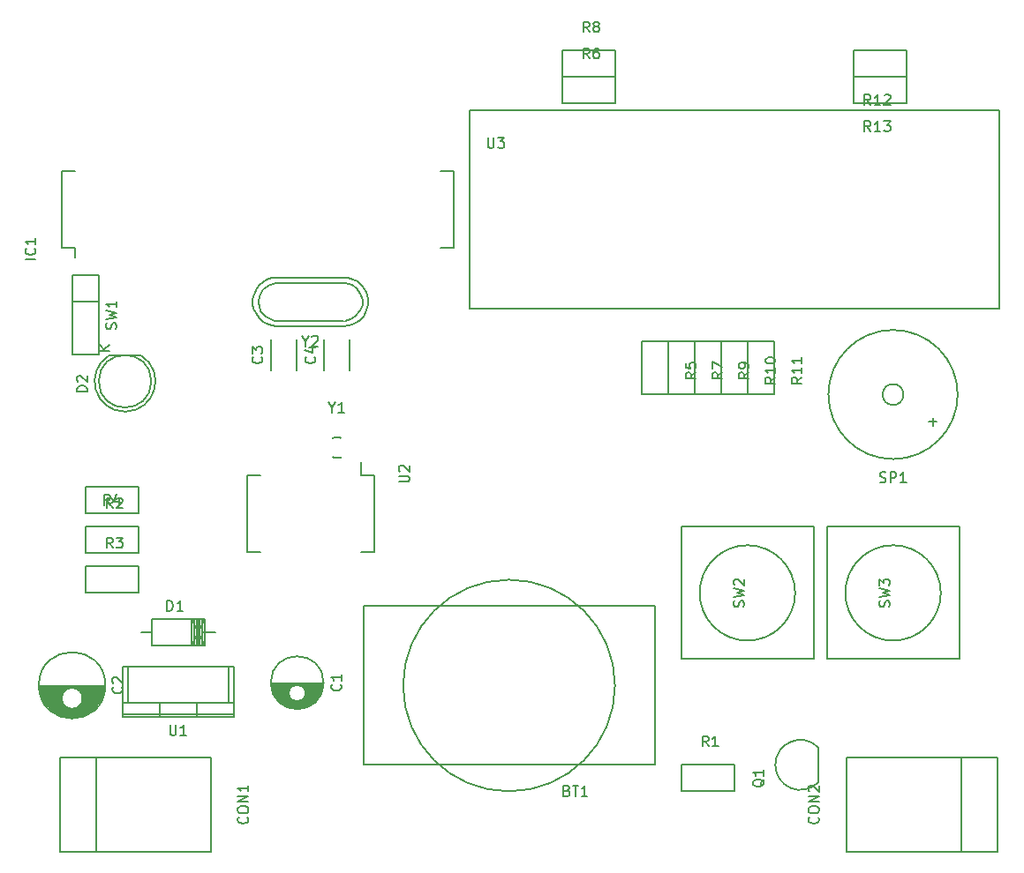
<source format=gbr>
G04 #@! TF.FileFunction,Legend,Top*
%FSLAX46Y46*%
G04 Gerber Fmt 4.6, Leading zero omitted, Abs format (unit mm)*
G04 Created by KiCad (PCBNEW 4.0.4-stable) date Tuesday, November 08, 2016 'PMt' 06:58:29 PM*
%MOMM*%
%LPD*%
G01*
G04 APERTURE LIST*
%ADD10C,0.100000*%
%ADD11C,0.150000*%
G04 APERTURE END LIST*
D10*
D11*
X131889500Y-108529120D02*
X131889500Y-117530880D01*
X128389380Y-108529120D02*
X128389380Y-117530880D01*
X128389380Y-117530880D02*
X142890240Y-117530880D01*
X142890240Y-117530880D02*
X142890240Y-108529120D01*
X142890240Y-108529120D02*
X128389380Y-108529120D01*
X158505000Y-81415000D02*
X157235000Y-81415000D01*
X158505000Y-88765000D02*
X157235000Y-88765000D01*
X146295000Y-88765000D02*
X147565000Y-88765000D01*
X146295000Y-81415000D02*
X147565000Y-81415000D01*
X158505000Y-81415000D02*
X158505000Y-88765000D01*
X146295000Y-81415000D02*
X146295000Y-88765000D01*
X157235000Y-81415000D02*
X157235000Y-80130000D01*
X148610000Y-71370000D02*
X148610000Y-68370000D01*
X151110000Y-68370000D02*
X151110000Y-71370000D01*
X153690000Y-71370000D02*
X153690000Y-68370000D01*
X156190000Y-68370000D02*
X156190000Y-71370000D01*
X214820500Y-117530880D02*
X214820500Y-108529120D01*
X218320620Y-117530880D02*
X218320620Y-108529120D01*
X218320620Y-108529120D02*
X203819760Y-108529120D01*
X203819760Y-108529120D02*
X203819760Y-117530880D01*
X203819760Y-117530880D02*
X218320620Y-117530880D01*
X137160000Y-96522540D02*
X136144000Y-96522540D01*
X141986000Y-96522540D02*
X143256000Y-96522540D01*
X141732000Y-97792540D02*
X141732000Y-95252540D01*
X141478000Y-97792540D02*
X141478000Y-95252540D01*
X141224000Y-97792540D02*
X141224000Y-95252540D01*
X141986000Y-97792540D02*
X141986000Y-95252540D01*
X140970000Y-97792540D02*
X142240000Y-95252540D01*
X142240000Y-97792540D02*
X140970000Y-95252540D01*
X140970000Y-97792540D02*
X140970000Y-95252540D01*
X141605000Y-97792540D02*
X141605000Y-95252540D01*
X142240000Y-95252540D02*
X142240000Y-97792540D01*
X142240000Y-97792540D02*
X137160000Y-97792540D01*
X137160000Y-97792540D02*
X137160000Y-95252540D01*
X137160000Y-95252540D02*
X142240000Y-95252540D01*
X133095096Y-69905112D02*
G75*
G03X136120000Y-69890000I1524904J-2484888D01*
G01*
X133120000Y-69890000D02*
X136120000Y-69890000D01*
X137137936Y-72390000D02*
G75*
G03X137137936Y-72390000I-2517936J0D01*
G01*
X128515000Y-59555000D02*
X129785000Y-59555000D01*
X128515000Y-52205000D02*
X129785000Y-52205000D01*
X166125000Y-52205000D02*
X164855000Y-52205000D01*
X166125000Y-59555000D02*
X164855000Y-59555000D01*
X128515000Y-59555000D02*
X128515000Y-52205000D01*
X166125000Y-59555000D02*
X166125000Y-52205000D01*
X129785000Y-59555000D02*
X129785000Y-60490000D01*
X187960000Y-109220000D02*
X193040000Y-109220000D01*
X193040000Y-109220000D02*
X193040000Y-111760000D01*
X193040000Y-111760000D02*
X187960000Y-111760000D01*
X187960000Y-111760000D02*
X187960000Y-109220000D01*
X130810000Y-86360000D02*
X135890000Y-86360000D01*
X135890000Y-86360000D02*
X135890000Y-88900000D01*
X135890000Y-88900000D02*
X130810000Y-88900000D01*
X130810000Y-88900000D02*
X130810000Y-86360000D01*
X130810000Y-90170000D02*
X135890000Y-90170000D01*
X135890000Y-90170000D02*
X135890000Y-92710000D01*
X135890000Y-92710000D02*
X130810000Y-92710000D01*
X130810000Y-92710000D02*
X130810000Y-90170000D01*
X189230000Y-68580000D02*
X189230000Y-73660000D01*
X189230000Y-73660000D02*
X186690000Y-73660000D01*
X186690000Y-73660000D02*
X186690000Y-68580000D01*
X186690000Y-68580000D02*
X189230000Y-68580000D01*
X176530000Y-40640000D02*
X181610000Y-40640000D01*
X181610000Y-40640000D02*
X181610000Y-43180000D01*
X181610000Y-43180000D02*
X176530000Y-43180000D01*
X176530000Y-43180000D02*
X176530000Y-40640000D01*
X191770000Y-68580000D02*
X191770000Y-73660000D01*
X191770000Y-73660000D02*
X189230000Y-73660000D01*
X189230000Y-73660000D02*
X189230000Y-68580000D01*
X189230000Y-68580000D02*
X191770000Y-68580000D01*
X194310000Y-68580000D02*
X194310000Y-73660000D01*
X194310000Y-73660000D02*
X191770000Y-73660000D01*
X191770000Y-73660000D02*
X191770000Y-68580000D01*
X191770000Y-68580000D02*
X194310000Y-68580000D01*
X196850000Y-68580000D02*
X196850000Y-73660000D01*
X196850000Y-73660000D02*
X194310000Y-73660000D01*
X194310000Y-73660000D02*
X194310000Y-68580000D01*
X194310000Y-68580000D02*
X196850000Y-68580000D01*
X209550000Y-43180000D02*
X204470000Y-43180000D01*
X204470000Y-43180000D02*
X204470000Y-40640000D01*
X204470000Y-40640000D02*
X209550000Y-40640000D01*
X209550000Y-40640000D02*
X209550000Y-43180000D01*
X209550000Y-45720000D02*
X204470000Y-45720000D01*
X204470000Y-45720000D02*
X204470000Y-43180000D01*
X204470000Y-43180000D02*
X209550000Y-43180000D01*
X209550000Y-43180000D02*
X209550000Y-45720000D01*
X209280760Y-73660000D02*
G75*
G03X209280760Y-73660000I-1000760J0D01*
G01*
X214480140Y-73660000D02*
G75*
G03X214480140Y-73660000I-6200140J0D01*
G01*
X129540000Y-62230000D02*
X132080000Y-62230000D01*
X132080000Y-62230000D02*
X132080000Y-69850000D01*
X132080000Y-69850000D02*
X129540000Y-69850000D01*
X129540000Y-69850000D02*
X129540000Y-62230000D01*
X132080000Y-64770000D02*
X129540000Y-64770000D01*
X198889050Y-92710000D02*
G75*
G03X198889050Y-92710000I-4579050J0D01*
G01*
X187960000Y-99060000D02*
X187960000Y-86360000D01*
X187960000Y-86360000D02*
X200660000Y-86360000D01*
X200660000Y-86360000D02*
X200660000Y-99060000D01*
X200660000Y-99060000D02*
X187960000Y-99060000D01*
X212859050Y-92710000D02*
G75*
G03X212859050Y-92710000I-4579050J0D01*
G01*
X201930000Y-99060000D02*
X201930000Y-86360000D01*
X201930000Y-86360000D02*
X214630000Y-86360000D01*
X214630000Y-86360000D02*
X214630000Y-99060000D01*
X214630000Y-99060000D02*
X201930000Y-99060000D01*
X193040000Y-46355000D02*
X167640000Y-46355000D01*
X167640000Y-46355000D02*
X167640000Y-65405000D01*
X167640000Y-65405000D02*
X218440000Y-65405000D01*
X218440000Y-65405000D02*
X218440000Y-46355000D01*
X218440000Y-46355000D02*
X193040000Y-46355000D01*
X155389580Y-79639160D02*
X155290520Y-79689960D01*
X155290520Y-79689960D02*
X155089860Y-79740760D01*
X155089860Y-79740760D02*
X154889200Y-79740760D01*
X154889200Y-79740760D02*
X154640280Y-79689960D01*
X154640280Y-79689960D02*
X154541220Y-79639160D01*
X155338780Y-77840840D02*
X155188920Y-77739240D01*
X155188920Y-77739240D02*
X154990800Y-77739240D01*
X154990800Y-77739240D02*
X154790140Y-77739240D01*
X154790140Y-77739240D02*
X154640280Y-77790040D01*
X154640280Y-77790040D02*
X154541220Y-77840840D01*
X147701000Y-65770760D02*
X147500340Y-65369440D01*
X147500340Y-65369440D02*
X147398740Y-64770000D01*
X147398740Y-64770000D02*
X147500340Y-64269620D01*
X147500340Y-64269620D02*
X147899120Y-63571120D01*
X147899120Y-63571120D02*
X148501100Y-63169800D01*
X148501100Y-63169800D02*
X149100540Y-62969140D01*
X149100540Y-62969140D02*
X155699460Y-62969140D01*
X155699460Y-62969140D02*
X156400500Y-63169800D01*
X156400500Y-63169800D02*
X156799280Y-63469520D01*
X156799280Y-63469520D02*
X157200600Y-63969900D01*
X157200600Y-63969900D02*
X157401260Y-64569340D01*
X157401260Y-64569340D02*
X157401260Y-65069720D01*
X157401260Y-65069720D02*
X157200600Y-65570100D01*
X157200600Y-65570100D02*
X156700220Y-66169540D01*
X156700220Y-66169540D02*
X156199840Y-66469260D01*
X156199840Y-66469260D02*
X155699460Y-66570860D01*
X155600400Y-66570860D02*
X148998940Y-66570860D01*
X148998940Y-66570860D02*
X148600160Y-66469260D01*
X148600160Y-66469260D02*
X148099780Y-66169540D01*
X148099780Y-66169540D02*
X147599400Y-65669160D01*
X155590240Y-67099180D02*
X156049980Y-67050920D01*
X156049980Y-67050920D02*
X156448760Y-66939160D01*
X156448760Y-66939160D02*
X156880560Y-66720720D01*
X156880560Y-66720720D02*
X157170120Y-66489580D01*
X157170120Y-66489580D02*
X157500320Y-66139060D01*
X157500320Y-66139060D02*
X157789880Y-65600580D01*
X157789880Y-65600580D02*
X157919420Y-65001140D01*
X157919420Y-65001140D02*
X157919420Y-64490600D01*
X157919420Y-64490600D02*
X157749240Y-63789560D01*
X157749240Y-63789560D02*
X157350460Y-63200280D01*
X157350460Y-63200280D02*
X156890720Y-62829440D01*
X156890720Y-62829440D02*
X156469080Y-62621160D01*
X156469080Y-62621160D02*
X156019500Y-62461140D01*
X156019500Y-62461140D02*
X155580080Y-62430660D01*
X148239480Y-62649100D02*
X147861020Y-62870080D01*
X147861020Y-62870080D02*
X147540980Y-63149480D01*
X147540980Y-63149480D02*
X147289520Y-63479680D01*
X147289520Y-63479680D02*
X146989800Y-64030860D01*
X146989800Y-64030860D02*
X146880580Y-64500760D01*
X146880580Y-64500760D02*
X146860260Y-64960500D01*
X146860260Y-64960500D02*
X146949160Y-65420240D01*
X146949160Y-65420240D02*
X147139660Y-65869820D01*
X147139660Y-65869820D02*
X147500340Y-66339720D01*
X147500340Y-66339720D02*
X147850860Y-66659760D01*
X147850860Y-66659760D02*
X148239480Y-66890900D01*
X148239480Y-66890900D02*
X148668740Y-67030600D01*
X148668740Y-67030600D02*
X149110700Y-67099180D01*
X155600400Y-62440820D02*
X149148800Y-62440820D01*
X149148800Y-62440820D02*
X148729700Y-62478920D01*
X148729700Y-62478920D02*
X148239480Y-62649100D01*
X155600400Y-67099180D02*
X149148800Y-67099180D01*
X186690000Y-68580000D02*
X186690000Y-73660000D01*
X186690000Y-73660000D02*
X184150000Y-73660000D01*
X184150000Y-73660000D02*
X184150000Y-68580000D01*
X184150000Y-68580000D02*
X186690000Y-68580000D01*
X176530000Y-43180000D02*
X181610000Y-43180000D01*
X181610000Y-43180000D02*
X181610000Y-45720000D01*
X181610000Y-45720000D02*
X176530000Y-45720000D01*
X176530000Y-45720000D02*
X176530000Y-43180000D01*
X130810000Y-82550000D02*
X135890000Y-82550000D01*
X135890000Y-82550000D02*
X135890000Y-85090000D01*
X135890000Y-85090000D02*
X130810000Y-85090000D01*
X130810000Y-85090000D02*
X130810000Y-82550000D01*
X134874000Y-103251000D02*
X134874000Y-99822000D01*
X144526000Y-103251000D02*
X144526000Y-99822000D01*
X134366000Y-104394000D02*
X145034000Y-104394000D01*
X137922000Y-103378000D02*
X137922000Y-104648000D01*
X141478000Y-103378000D02*
X141478000Y-104648000D01*
X145034000Y-103251000D02*
X134366000Y-103251000D01*
X134366000Y-99822000D02*
X145034000Y-99822000D01*
X145034000Y-104648000D02*
X145034000Y-99822000D01*
X134366000Y-104648000D02*
X134366000Y-99822000D01*
X134366000Y-104648000D02*
X145034000Y-104648000D01*
X153629000Y-101405000D02*
X148631000Y-101405000D01*
X153621000Y-101545000D02*
X151284000Y-101545000D01*
X150976000Y-101545000D02*
X148639000Y-101545000D01*
X153605000Y-101685000D02*
X151603000Y-101685000D01*
X150657000Y-101685000D02*
X148655000Y-101685000D01*
X153581000Y-101825000D02*
X151750000Y-101825000D01*
X150510000Y-101825000D02*
X148679000Y-101825000D01*
X153548000Y-101965000D02*
X151842000Y-101965000D01*
X150418000Y-101965000D02*
X148712000Y-101965000D01*
X153507000Y-102105000D02*
X151898000Y-102105000D01*
X150362000Y-102105000D02*
X148753000Y-102105000D01*
X153457000Y-102245000D02*
X151925000Y-102245000D01*
X150335000Y-102245000D02*
X148803000Y-102245000D01*
X153396000Y-102385000D02*
X151928000Y-102385000D01*
X150332000Y-102385000D02*
X148864000Y-102385000D01*
X153326000Y-102525000D02*
X151906000Y-102525000D01*
X150354000Y-102525000D02*
X148934000Y-102525000D01*
X153244000Y-102665000D02*
X151856000Y-102665000D01*
X150404000Y-102665000D02*
X149016000Y-102665000D01*
X153149000Y-102805000D02*
X151774000Y-102805000D01*
X150486000Y-102805000D02*
X149111000Y-102805000D01*
X153038000Y-102945000D02*
X151642000Y-102945000D01*
X150618000Y-102945000D02*
X149222000Y-102945000D01*
X152910000Y-103085000D02*
X151395000Y-103085000D01*
X150865000Y-103085000D02*
X149350000Y-103085000D01*
X152761000Y-103225000D02*
X149499000Y-103225000D01*
X152582000Y-103365000D02*
X149678000Y-103365000D01*
X152363000Y-103505000D02*
X149897000Y-103505000D01*
X152074000Y-103645000D02*
X150186000Y-103645000D01*
X151602000Y-103785000D02*
X150658000Y-103785000D01*
X151930000Y-102330000D02*
G75*
G03X151930000Y-102330000I-800000J0D01*
G01*
X153667500Y-101330000D02*
G75*
G03X153667500Y-101330000I-2537500J0D01*
G01*
X132689000Y-101655000D02*
X126391000Y-101655000D01*
X132683000Y-101795000D02*
X126397000Y-101795000D01*
X132670000Y-101935000D02*
X129986000Y-101935000D01*
X129094000Y-101935000D02*
X126410000Y-101935000D01*
X132651000Y-102075000D02*
X130196000Y-102075000D01*
X128884000Y-102075000D02*
X126429000Y-102075000D01*
X132625000Y-102215000D02*
X130329000Y-102215000D01*
X128751000Y-102215000D02*
X126455000Y-102215000D01*
X132593000Y-102355000D02*
X130420000Y-102355000D01*
X128660000Y-102355000D02*
X126487000Y-102355000D01*
X132554000Y-102495000D02*
X130482000Y-102495000D01*
X128598000Y-102495000D02*
X126526000Y-102495000D01*
X132508000Y-102635000D02*
X130521000Y-102635000D01*
X128559000Y-102635000D02*
X126572000Y-102635000D01*
X132455000Y-102775000D02*
X130538000Y-102775000D01*
X128542000Y-102775000D02*
X126625000Y-102775000D01*
X132393000Y-102915000D02*
X130536000Y-102915000D01*
X128544000Y-102915000D02*
X126687000Y-102915000D01*
X132323000Y-103055000D02*
X130514000Y-103055000D01*
X128566000Y-103055000D02*
X126757000Y-103055000D01*
X132244000Y-103195000D02*
X130471000Y-103195000D01*
X128609000Y-103195000D02*
X126836000Y-103195000D01*
X132156000Y-103335000D02*
X130403000Y-103335000D01*
X128677000Y-103335000D02*
X126924000Y-103335000D01*
X132056000Y-103475000D02*
X130304000Y-103475000D01*
X128776000Y-103475000D02*
X127024000Y-103475000D01*
X131944000Y-103615000D02*
X130159000Y-103615000D01*
X128921000Y-103615000D02*
X127136000Y-103615000D01*
X131819000Y-103755000D02*
X129920000Y-103755000D01*
X129160000Y-103755000D02*
X127261000Y-103755000D01*
X131676000Y-103895000D02*
X127404000Y-103895000D01*
X131514000Y-104035000D02*
X127566000Y-104035000D01*
X131326000Y-104175000D02*
X127754000Y-104175000D01*
X131103000Y-104315000D02*
X127977000Y-104315000D01*
X130827000Y-104455000D02*
X128253000Y-104455000D01*
X130452000Y-104595000D02*
X128628000Y-104595000D01*
X130540000Y-102830000D02*
G75*
G03X130540000Y-102830000I-1000000J0D01*
G01*
X132727500Y-101580000D02*
G75*
G03X132727500Y-101580000I-3187500J0D01*
G01*
X201090000Y-110920000D02*
X201090000Y-107520000D01*
X201087056Y-110917056D02*
G75*
G02X196990000Y-109220000I-1697056J1697056D01*
G01*
X201087056Y-107522944D02*
G75*
G03X196990000Y-109220000I-1697056J-1697056D01*
G01*
X181610000Y-101600000D02*
G75*
G03X181610000Y-101600000I-10160000J0D01*
G01*
X185420000Y-109220000D02*
X185420000Y-93980000D01*
X185420000Y-93980000D02*
X157480000Y-93980000D01*
X157480000Y-93980000D02*
X157480000Y-109220000D01*
X157480000Y-109220000D02*
X185420000Y-109220000D01*
X146346183Y-114244285D02*
X146393802Y-114291904D01*
X146441421Y-114434761D01*
X146441421Y-114529999D01*
X146393802Y-114672857D01*
X146298564Y-114768095D01*
X146203326Y-114815714D01*
X146012850Y-114863333D01*
X145869992Y-114863333D01*
X145679516Y-114815714D01*
X145584278Y-114768095D01*
X145489040Y-114672857D01*
X145441421Y-114529999D01*
X145441421Y-114434761D01*
X145489040Y-114291904D01*
X145536659Y-114244285D01*
X145441421Y-113625238D02*
X145441421Y-113434761D01*
X145489040Y-113339523D01*
X145584278Y-113244285D01*
X145774754Y-113196666D01*
X146108088Y-113196666D01*
X146298564Y-113244285D01*
X146393802Y-113339523D01*
X146441421Y-113434761D01*
X146441421Y-113625238D01*
X146393802Y-113720476D01*
X146298564Y-113815714D01*
X146108088Y-113863333D01*
X145774754Y-113863333D01*
X145584278Y-113815714D01*
X145489040Y-113720476D01*
X145441421Y-113625238D01*
X146441421Y-112768095D02*
X145441421Y-112768095D01*
X146441421Y-112196666D01*
X145441421Y-112196666D01*
X146441421Y-111196666D02*
X146441421Y-111768095D01*
X146441421Y-111482381D02*
X145441421Y-111482381D01*
X145584278Y-111577619D01*
X145679516Y-111672857D01*
X145727135Y-111768095D01*
X160882381Y-82041905D02*
X161691905Y-82041905D01*
X161787143Y-81994286D01*
X161834762Y-81946667D01*
X161882381Y-81851429D01*
X161882381Y-81660952D01*
X161834762Y-81565714D01*
X161787143Y-81518095D01*
X161691905Y-81470476D01*
X160882381Y-81470476D01*
X160977619Y-81041905D02*
X160930000Y-80994286D01*
X160882381Y-80899048D01*
X160882381Y-80660952D01*
X160930000Y-80565714D01*
X160977619Y-80518095D01*
X161072857Y-80470476D01*
X161168095Y-80470476D01*
X161310952Y-80518095D01*
X161882381Y-81089524D01*
X161882381Y-80470476D01*
X147717143Y-70036666D02*
X147764762Y-70084285D01*
X147812381Y-70227142D01*
X147812381Y-70322380D01*
X147764762Y-70465238D01*
X147669524Y-70560476D01*
X147574286Y-70608095D01*
X147383810Y-70655714D01*
X147240952Y-70655714D01*
X147050476Y-70608095D01*
X146955238Y-70560476D01*
X146860000Y-70465238D01*
X146812381Y-70322380D01*
X146812381Y-70227142D01*
X146860000Y-70084285D01*
X146907619Y-70036666D01*
X146812381Y-69703333D02*
X146812381Y-69084285D01*
X147193333Y-69417619D01*
X147193333Y-69274761D01*
X147240952Y-69179523D01*
X147288571Y-69131904D01*
X147383810Y-69084285D01*
X147621905Y-69084285D01*
X147717143Y-69131904D01*
X147764762Y-69179523D01*
X147812381Y-69274761D01*
X147812381Y-69560476D01*
X147764762Y-69655714D01*
X147717143Y-69703333D01*
X152797143Y-70036666D02*
X152844762Y-70084285D01*
X152892381Y-70227142D01*
X152892381Y-70322380D01*
X152844762Y-70465238D01*
X152749524Y-70560476D01*
X152654286Y-70608095D01*
X152463810Y-70655714D01*
X152320952Y-70655714D01*
X152130476Y-70608095D01*
X152035238Y-70560476D01*
X151940000Y-70465238D01*
X151892381Y-70322380D01*
X151892381Y-70227142D01*
X151940000Y-70084285D01*
X151987619Y-70036666D01*
X152225714Y-69179523D02*
X152892381Y-69179523D01*
X151844762Y-69417619D02*
X152559048Y-69655714D01*
X152559048Y-69036666D01*
X201078103Y-114244285D02*
X201125722Y-114291904D01*
X201173341Y-114434761D01*
X201173341Y-114529999D01*
X201125722Y-114672857D01*
X201030484Y-114768095D01*
X200935246Y-114815714D01*
X200744770Y-114863333D01*
X200601912Y-114863333D01*
X200411436Y-114815714D01*
X200316198Y-114768095D01*
X200220960Y-114672857D01*
X200173341Y-114529999D01*
X200173341Y-114434761D01*
X200220960Y-114291904D01*
X200268579Y-114244285D01*
X200173341Y-113625238D02*
X200173341Y-113434761D01*
X200220960Y-113339523D01*
X200316198Y-113244285D01*
X200506674Y-113196666D01*
X200840008Y-113196666D01*
X201030484Y-113244285D01*
X201125722Y-113339523D01*
X201173341Y-113434761D01*
X201173341Y-113625238D01*
X201125722Y-113720476D01*
X201030484Y-113815714D01*
X200840008Y-113863333D01*
X200506674Y-113863333D01*
X200316198Y-113815714D01*
X200220960Y-113720476D01*
X200173341Y-113625238D01*
X201173341Y-112768095D02*
X200173341Y-112768095D01*
X201173341Y-112196666D01*
X200173341Y-112196666D01*
X200268579Y-111768095D02*
X200220960Y-111720476D01*
X200173341Y-111625238D01*
X200173341Y-111387142D01*
X200220960Y-111291904D01*
X200268579Y-111244285D01*
X200363817Y-111196666D01*
X200459055Y-111196666D01*
X200601912Y-111244285D01*
X201173341Y-111815714D01*
X201173341Y-111196666D01*
X138654565Y-94434921D02*
X138654565Y-93434921D01*
X138892660Y-93434921D01*
X139035518Y-93482540D01*
X139130756Y-93577778D01*
X139178375Y-93673016D01*
X139225994Y-93863492D01*
X139225994Y-94006350D01*
X139178375Y-94196826D01*
X139130756Y-94292064D01*
X139035518Y-94387302D01*
X138892660Y-94434921D01*
X138654565Y-94434921D01*
X140178375Y-94434921D02*
X139606946Y-94434921D01*
X139892660Y-94434921D02*
X139892660Y-93434921D01*
X139797422Y-93577778D01*
X139702184Y-93673016D01*
X139606946Y-93720635D01*
X131008381Y-73382095D02*
X130008381Y-73382095D01*
X130008381Y-73144000D01*
X130056000Y-73001142D01*
X130151238Y-72905904D01*
X130246476Y-72858285D01*
X130436952Y-72810666D01*
X130579810Y-72810666D01*
X130770286Y-72858285D01*
X130865524Y-72905904D01*
X130960762Y-73001142D01*
X131008381Y-73144000D01*
X131008381Y-73382095D01*
X130103619Y-72429714D02*
X130056000Y-72382095D01*
X130008381Y-72286857D01*
X130008381Y-72048761D01*
X130056000Y-71953523D01*
X130103619Y-71905904D01*
X130198857Y-71858285D01*
X130294095Y-71858285D01*
X130436952Y-71905904D01*
X131008381Y-72477333D01*
X131008381Y-71858285D01*
X133167381Y-69476905D02*
X132167381Y-69476905D01*
X133167381Y-68905476D02*
X132595952Y-69334048D01*
X132167381Y-68905476D02*
X132738810Y-69476905D01*
X126042381Y-60666190D02*
X125042381Y-60666190D01*
X125947143Y-59618571D02*
X125994762Y-59666190D01*
X126042381Y-59809047D01*
X126042381Y-59904285D01*
X125994762Y-60047143D01*
X125899524Y-60142381D01*
X125804286Y-60190000D01*
X125613810Y-60237619D01*
X125470952Y-60237619D01*
X125280476Y-60190000D01*
X125185238Y-60142381D01*
X125090000Y-60047143D01*
X125042381Y-59904285D01*
X125042381Y-59809047D01*
X125090000Y-59666190D01*
X125137619Y-59618571D01*
X126042381Y-58666190D02*
X126042381Y-59237619D01*
X126042381Y-58951905D02*
X125042381Y-58951905D01*
X125185238Y-59047143D01*
X125280476Y-59142381D01*
X125328095Y-59237619D01*
X190582254Y-107442261D02*
X190248920Y-106966070D01*
X190010825Y-107442261D02*
X190010825Y-106442261D01*
X190391778Y-106442261D01*
X190487016Y-106489880D01*
X190534635Y-106537499D01*
X190582254Y-106632737D01*
X190582254Y-106775594D01*
X190534635Y-106870832D01*
X190487016Y-106918451D01*
X190391778Y-106966070D01*
X190010825Y-106966070D01*
X191534635Y-107442261D02*
X190963206Y-107442261D01*
X191248920Y-107442261D02*
X191248920Y-106442261D01*
X191153682Y-106585118D01*
X191058444Y-106680356D01*
X190963206Y-106727975D01*
X133432254Y-84582261D02*
X133098920Y-84106070D01*
X132860825Y-84582261D02*
X132860825Y-83582261D01*
X133241778Y-83582261D01*
X133337016Y-83629880D01*
X133384635Y-83677499D01*
X133432254Y-83772737D01*
X133432254Y-83915594D01*
X133384635Y-84010832D01*
X133337016Y-84058451D01*
X133241778Y-84106070D01*
X132860825Y-84106070D01*
X133813206Y-83677499D02*
X133860825Y-83629880D01*
X133956063Y-83582261D01*
X134194159Y-83582261D01*
X134289397Y-83629880D01*
X134337016Y-83677499D01*
X134384635Y-83772737D01*
X134384635Y-83867975D01*
X134337016Y-84010832D01*
X133765587Y-84582261D01*
X134384635Y-84582261D01*
X133432254Y-88392261D02*
X133098920Y-87916070D01*
X132860825Y-88392261D02*
X132860825Y-87392261D01*
X133241778Y-87392261D01*
X133337016Y-87439880D01*
X133384635Y-87487499D01*
X133432254Y-87582737D01*
X133432254Y-87725594D01*
X133384635Y-87820832D01*
X133337016Y-87868451D01*
X133241778Y-87916070D01*
X132860825Y-87916070D01*
X133765587Y-87392261D02*
X134384635Y-87392261D01*
X134051301Y-87773213D01*
X134194159Y-87773213D01*
X134289397Y-87820832D01*
X134337016Y-87868451D01*
X134384635Y-87963690D01*
X134384635Y-88201785D01*
X134337016Y-88297023D01*
X134289397Y-88344642D01*
X134194159Y-88392261D01*
X133908444Y-88392261D01*
X133813206Y-88344642D01*
X133765587Y-88297023D01*
X191912501Y-71535586D02*
X191436310Y-71868920D01*
X191912501Y-72107015D02*
X190912501Y-72107015D01*
X190912501Y-71726062D01*
X190960120Y-71630824D01*
X191007739Y-71583205D01*
X191102977Y-71535586D01*
X191245834Y-71535586D01*
X191341072Y-71583205D01*
X191388691Y-71630824D01*
X191436310Y-71726062D01*
X191436310Y-72107015D01*
X190912501Y-71202253D02*
X190912501Y-70535586D01*
X191912501Y-70964158D01*
X179152254Y-38862261D02*
X178818920Y-38386070D01*
X178580825Y-38862261D02*
X178580825Y-37862261D01*
X178961778Y-37862261D01*
X179057016Y-37909880D01*
X179104635Y-37957499D01*
X179152254Y-38052737D01*
X179152254Y-38195594D01*
X179104635Y-38290832D01*
X179057016Y-38338451D01*
X178961778Y-38386070D01*
X178580825Y-38386070D01*
X179723682Y-38290832D02*
X179628444Y-38243213D01*
X179580825Y-38195594D01*
X179533206Y-38100356D01*
X179533206Y-38052737D01*
X179580825Y-37957499D01*
X179628444Y-37909880D01*
X179723682Y-37862261D01*
X179914159Y-37862261D01*
X180009397Y-37909880D01*
X180057016Y-37957499D01*
X180104635Y-38052737D01*
X180104635Y-38100356D01*
X180057016Y-38195594D01*
X180009397Y-38243213D01*
X179914159Y-38290832D01*
X179723682Y-38290832D01*
X179628444Y-38338451D01*
X179580825Y-38386070D01*
X179533206Y-38481309D01*
X179533206Y-38671785D01*
X179580825Y-38767023D01*
X179628444Y-38814642D01*
X179723682Y-38862261D01*
X179914159Y-38862261D01*
X180009397Y-38814642D01*
X180057016Y-38767023D01*
X180104635Y-38671785D01*
X180104635Y-38481309D01*
X180057016Y-38386070D01*
X180009397Y-38338451D01*
X179914159Y-38290832D01*
X194452501Y-71535586D02*
X193976310Y-71868920D01*
X194452501Y-72107015D02*
X193452501Y-72107015D01*
X193452501Y-71726062D01*
X193500120Y-71630824D01*
X193547739Y-71583205D01*
X193642977Y-71535586D01*
X193785834Y-71535586D01*
X193881072Y-71583205D01*
X193928691Y-71630824D01*
X193976310Y-71726062D01*
X193976310Y-72107015D01*
X194452501Y-71059396D02*
X194452501Y-70868920D01*
X194404882Y-70773681D01*
X194357263Y-70726062D01*
X194214406Y-70630824D01*
X194023930Y-70583205D01*
X193642977Y-70583205D01*
X193547739Y-70630824D01*
X193500120Y-70678443D01*
X193452501Y-70773681D01*
X193452501Y-70964158D01*
X193500120Y-71059396D01*
X193547739Y-71107015D01*
X193642977Y-71154634D01*
X193881072Y-71154634D01*
X193976310Y-71107015D01*
X194023930Y-71059396D01*
X194071549Y-70964158D01*
X194071549Y-70773681D01*
X194023930Y-70678443D01*
X193976310Y-70630824D01*
X193881072Y-70583205D01*
X196992501Y-72011777D02*
X196516310Y-72345111D01*
X196992501Y-72583206D02*
X195992501Y-72583206D01*
X195992501Y-72202253D01*
X196040120Y-72107015D01*
X196087739Y-72059396D01*
X196182977Y-72011777D01*
X196325834Y-72011777D01*
X196421072Y-72059396D01*
X196468691Y-72107015D01*
X196516310Y-72202253D01*
X196516310Y-72583206D01*
X196992501Y-71059396D02*
X196992501Y-71630825D01*
X196992501Y-71345111D02*
X195992501Y-71345111D01*
X196135358Y-71440349D01*
X196230596Y-71535587D01*
X196278215Y-71630825D01*
X195992501Y-70440349D02*
X195992501Y-70345110D01*
X196040120Y-70249872D01*
X196087739Y-70202253D01*
X196182977Y-70154634D01*
X196373453Y-70107015D01*
X196611549Y-70107015D01*
X196802025Y-70154634D01*
X196897263Y-70202253D01*
X196944882Y-70249872D01*
X196992501Y-70345110D01*
X196992501Y-70440349D01*
X196944882Y-70535587D01*
X196897263Y-70583206D01*
X196802025Y-70630825D01*
X196611549Y-70678444D01*
X196373453Y-70678444D01*
X196182977Y-70630825D01*
X196087739Y-70583206D01*
X196040120Y-70535587D01*
X195992501Y-70440349D01*
X199532501Y-72011777D02*
X199056310Y-72345111D01*
X199532501Y-72583206D02*
X198532501Y-72583206D01*
X198532501Y-72202253D01*
X198580120Y-72107015D01*
X198627739Y-72059396D01*
X198722977Y-72011777D01*
X198865834Y-72011777D01*
X198961072Y-72059396D01*
X199008691Y-72107015D01*
X199056310Y-72202253D01*
X199056310Y-72583206D01*
X199532501Y-71059396D02*
X199532501Y-71630825D01*
X199532501Y-71345111D02*
X198532501Y-71345111D01*
X198675358Y-71440349D01*
X198770596Y-71535587D01*
X198818215Y-71630825D01*
X199532501Y-70107015D02*
X199532501Y-70678444D01*
X199532501Y-70392730D02*
X198532501Y-70392730D01*
X198675358Y-70487968D01*
X198770596Y-70583206D01*
X198818215Y-70678444D01*
X206118223Y-45862501D02*
X205784889Y-45386310D01*
X205546794Y-45862501D02*
X205546794Y-44862501D01*
X205927747Y-44862501D01*
X206022985Y-44910120D01*
X206070604Y-44957739D01*
X206118223Y-45052977D01*
X206118223Y-45195834D01*
X206070604Y-45291072D01*
X206022985Y-45338691D01*
X205927747Y-45386310D01*
X205546794Y-45386310D01*
X207070604Y-45862501D02*
X206499175Y-45862501D01*
X206784889Y-45862501D02*
X206784889Y-44862501D01*
X206689651Y-45005358D01*
X206594413Y-45100596D01*
X206499175Y-45148215D01*
X207451556Y-44957739D02*
X207499175Y-44910120D01*
X207594413Y-44862501D01*
X207832509Y-44862501D01*
X207927747Y-44910120D01*
X207975366Y-44957739D01*
X208022985Y-45052977D01*
X208022985Y-45148215D01*
X207975366Y-45291072D01*
X207403937Y-45862501D01*
X208022985Y-45862501D01*
X206118223Y-48402501D02*
X205784889Y-47926310D01*
X205546794Y-48402501D02*
X205546794Y-47402501D01*
X205927747Y-47402501D01*
X206022985Y-47450120D01*
X206070604Y-47497739D01*
X206118223Y-47592977D01*
X206118223Y-47735834D01*
X206070604Y-47831072D01*
X206022985Y-47878691D01*
X205927747Y-47926310D01*
X205546794Y-47926310D01*
X207070604Y-48402501D02*
X206499175Y-48402501D01*
X206784889Y-48402501D02*
X206784889Y-47402501D01*
X206689651Y-47545358D01*
X206594413Y-47640596D01*
X206499175Y-47688215D01*
X207403937Y-47402501D02*
X208022985Y-47402501D01*
X207689651Y-47783453D01*
X207832509Y-47783453D01*
X207927747Y-47831072D01*
X207975366Y-47878691D01*
X208022985Y-47973930D01*
X208022985Y-48212025D01*
X207975366Y-48307263D01*
X207927747Y-48354882D01*
X207832509Y-48402501D01*
X207546794Y-48402501D01*
X207451556Y-48354882D01*
X207403937Y-48307263D01*
X207018095Y-82065762D02*
X207160952Y-82113381D01*
X207399048Y-82113381D01*
X207494286Y-82065762D01*
X207541905Y-82018143D01*
X207589524Y-81922905D01*
X207589524Y-81827667D01*
X207541905Y-81732429D01*
X207494286Y-81684810D01*
X207399048Y-81637190D01*
X207208571Y-81589571D01*
X207113333Y-81541952D01*
X207065714Y-81494333D01*
X207018095Y-81399095D01*
X207018095Y-81303857D01*
X207065714Y-81208619D01*
X207113333Y-81161000D01*
X207208571Y-81113381D01*
X207446667Y-81113381D01*
X207589524Y-81161000D01*
X208018095Y-82113381D02*
X208018095Y-81113381D01*
X208399048Y-81113381D01*
X208494286Y-81161000D01*
X208541905Y-81208619D01*
X208589524Y-81303857D01*
X208589524Y-81446714D01*
X208541905Y-81541952D01*
X208494286Y-81589571D01*
X208399048Y-81637190D01*
X208018095Y-81637190D01*
X209541905Y-82113381D02*
X208970476Y-82113381D01*
X209256190Y-82113381D02*
X209256190Y-81113381D01*
X209160952Y-81256238D01*
X209065714Y-81351476D01*
X208970476Y-81399095D01*
X211709048Y-76271429D02*
X212470953Y-76271429D01*
X212090001Y-76652381D02*
X212090001Y-75890476D01*
X133754762Y-67373333D02*
X133802381Y-67230476D01*
X133802381Y-66992380D01*
X133754762Y-66897142D01*
X133707143Y-66849523D01*
X133611905Y-66801904D01*
X133516667Y-66801904D01*
X133421429Y-66849523D01*
X133373810Y-66897142D01*
X133326190Y-66992380D01*
X133278571Y-67182857D01*
X133230952Y-67278095D01*
X133183333Y-67325714D01*
X133088095Y-67373333D01*
X132992857Y-67373333D01*
X132897619Y-67325714D01*
X132850000Y-67278095D01*
X132802381Y-67182857D01*
X132802381Y-66944761D01*
X132850000Y-66801904D01*
X132802381Y-66468571D02*
X133802381Y-66230476D01*
X133088095Y-66039999D01*
X133802381Y-65849523D01*
X132802381Y-65611428D01*
X133802381Y-64706666D02*
X133802381Y-65278095D01*
X133802381Y-64992381D02*
X132802381Y-64992381D01*
X132945238Y-65087619D01*
X133040476Y-65182857D01*
X133088095Y-65278095D01*
X193952762Y-94043333D02*
X194000381Y-93900476D01*
X194000381Y-93662380D01*
X193952762Y-93567142D01*
X193905143Y-93519523D01*
X193809905Y-93471904D01*
X193714667Y-93471904D01*
X193619429Y-93519523D01*
X193571810Y-93567142D01*
X193524190Y-93662380D01*
X193476571Y-93852857D01*
X193428952Y-93948095D01*
X193381333Y-93995714D01*
X193286095Y-94043333D01*
X193190857Y-94043333D01*
X193095619Y-93995714D01*
X193048000Y-93948095D01*
X193000381Y-93852857D01*
X193000381Y-93614761D01*
X193048000Y-93471904D01*
X193000381Y-93138571D02*
X194000381Y-92900476D01*
X193286095Y-92709999D01*
X194000381Y-92519523D01*
X193000381Y-92281428D01*
X193095619Y-91948095D02*
X193048000Y-91900476D01*
X193000381Y-91805238D01*
X193000381Y-91567142D01*
X193048000Y-91471904D01*
X193095619Y-91424285D01*
X193190857Y-91376666D01*
X193286095Y-91376666D01*
X193428952Y-91424285D01*
X194000381Y-91995714D01*
X194000381Y-91376666D01*
X207922762Y-94043333D02*
X207970381Y-93900476D01*
X207970381Y-93662380D01*
X207922762Y-93567142D01*
X207875143Y-93519523D01*
X207779905Y-93471904D01*
X207684667Y-93471904D01*
X207589429Y-93519523D01*
X207541810Y-93567142D01*
X207494190Y-93662380D01*
X207446571Y-93852857D01*
X207398952Y-93948095D01*
X207351333Y-93995714D01*
X207256095Y-94043333D01*
X207160857Y-94043333D01*
X207065619Y-93995714D01*
X207018000Y-93948095D01*
X206970381Y-93852857D01*
X206970381Y-93614761D01*
X207018000Y-93471904D01*
X206970381Y-93138571D02*
X207970381Y-92900476D01*
X207256095Y-92709999D01*
X207970381Y-92519523D01*
X206970381Y-92281428D01*
X206970381Y-91995714D02*
X206970381Y-91376666D01*
X207351333Y-91710000D01*
X207351333Y-91567142D01*
X207398952Y-91471904D01*
X207446571Y-91424285D01*
X207541810Y-91376666D01*
X207779905Y-91376666D01*
X207875143Y-91424285D01*
X207922762Y-91471904D01*
X207970381Y-91567142D01*
X207970381Y-91852857D01*
X207922762Y-91948095D01*
X207875143Y-91995714D01*
X169418095Y-48982381D02*
X169418095Y-49791905D01*
X169465714Y-49887143D01*
X169513333Y-49934762D01*
X169608571Y-49982381D01*
X169799048Y-49982381D01*
X169894286Y-49934762D01*
X169941905Y-49887143D01*
X169989524Y-49791905D01*
X169989524Y-48982381D01*
X170370476Y-48982381D02*
X170989524Y-48982381D01*
X170656190Y-49363333D01*
X170799048Y-49363333D01*
X170894286Y-49410952D01*
X170941905Y-49458571D01*
X170989524Y-49553810D01*
X170989524Y-49791905D01*
X170941905Y-49887143D01*
X170894286Y-49934762D01*
X170799048Y-49982381D01*
X170513333Y-49982381D01*
X170418095Y-49934762D01*
X170370476Y-49887143D01*
X154463809Y-74906190D02*
X154463809Y-75382381D01*
X154130476Y-74382381D02*
X154463809Y-74906190D01*
X154797143Y-74382381D01*
X155654286Y-75382381D02*
X155082857Y-75382381D01*
X155368571Y-75382381D02*
X155368571Y-74382381D01*
X155273333Y-74525238D01*
X155178095Y-74620476D01*
X155082857Y-74668095D01*
X151923809Y-68556190D02*
X151923809Y-69032381D01*
X151590476Y-68032381D02*
X151923809Y-68556190D01*
X152257143Y-68032381D01*
X152542857Y-68127619D02*
X152590476Y-68080000D01*
X152685714Y-68032381D01*
X152923810Y-68032381D01*
X153019048Y-68080000D01*
X153066667Y-68127619D01*
X153114286Y-68222857D01*
X153114286Y-68318095D01*
X153066667Y-68460952D01*
X152495238Y-69032381D01*
X153114286Y-69032381D01*
X189372501Y-71535586D02*
X188896310Y-71868920D01*
X189372501Y-72107015D02*
X188372501Y-72107015D01*
X188372501Y-71726062D01*
X188420120Y-71630824D01*
X188467739Y-71583205D01*
X188562977Y-71535586D01*
X188705834Y-71535586D01*
X188801072Y-71583205D01*
X188848691Y-71630824D01*
X188896310Y-71726062D01*
X188896310Y-72107015D01*
X188372501Y-70630824D02*
X188372501Y-71107015D01*
X188848691Y-71154634D01*
X188801072Y-71107015D01*
X188753453Y-71011777D01*
X188753453Y-70773681D01*
X188801072Y-70678443D01*
X188848691Y-70630824D01*
X188943930Y-70583205D01*
X189182025Y-70583205D01*
X189277263Y-70630824D01*
X189324882Y-70678443D01*
X189372501Y-70773681D01*
X189372501Y-71011777D01*
X189324882Y-71107015D01*
X189277263Y-71154634D01*
X179152254Y-41402261D02*
X178818920Y-40926070D01*
X178580825Y-41402261D02*
X178580825Y-40402261D01*
X178961778Y-40402261D01*
X179057016Y-40449880D01*
X179104635Y-40497499D01*
X179152254Y-40592737D01*
X179152254Y-40735594D01*
X179104635Y-40830832D01*
X179057016Y-40878451D01*
X178961778Y-40926070D01*
X178580825Y-40926070D01*
X180009397Y-40402261D02*
X179818920Y-40402261D01*
X179723682Y-40449880D01*
X179676063Y-40497499D01*
X179580825Y-40640356D01*
X179533206Y-40830832D01*
X179533206Y-41211785D01*
X179580825Y-41307023D01*
X179628444Y-41354642D01*
X179723682Y-41402261D01*
X179914159Y-41402261D01*
X180009397Y-41354642D01*
X180057016Y-41307023D01*
X180104635Y-41211785D01*
X180104635Y-40973690D01*
X180057016Y-40878451D01*
X180009397Y-40830832D01*
X179914159Y-40783213D01*
X179723682Y-40783213D01*
X179628444Y-40830832D01*
X179580825Y-40878451D01*
X179533206Y-40973690D01*
X133183334Y-84272381D02*
X132850000Y-83796190D01*
X132611905Y-84272381D02*
X132611905Y-83272381D01*
X132992858Y-83272381D01*
X133088096Y-83320000D01*
X133135715Y-83367619D01*
X133183334Y-83462857D01*
X133183334Y-83605714D01*
X133135715Y-83700952D01*
X133088096Y-83748571D01*
X132992858Y-83796190D01*
X132611905Y-83796190D01*
X134040477Y-83605714D02*
X134040477Y-84272381D01*
X133802381Y-83224762D02*
X133564286Y-83939048D01*
X134183334Y-83939048D01*
X138938095Y-105370381D02*
X138938095Y-106179905D01*
X138985714Y-106275143D01*
X139033333Y-106322762D01*
X139128571Y-106370381D01*
X139319048Y-106370381D01*
X139414286Y-106322762D01*
X139461905Y-106275143D01*
X139509524Y-106179905D01*
X139509524Y-105370381D01*
X140509524Y-106370381D02*
X139938095Y-106370381D01*
X140223809Y-106370381D02*
X140223809Y-105370381D01*
X140128571Y-105513238D01*
X140033333Y-105608476D01*
X139938095Y-105656095D01*
X155287143Y-101496666D02*
X155334762Y-101544285D01*
X155382381Y-101687142D01*
X155382381Y-101782380D01*
X155334762Y-101925238D01*
X155239524Y-102020476D01*
X155144286Y-102068095D01*
X154953810Y-102115714D01*
X154810952Y-102115714D01*
X154620476Y-102068095D01*
X154525238Y-102020476D01*
X154430000Y-101925238D01*
X154382381Y-101782380D01*
X154382381Y-101687142D01*
X154430000Y-101544285D01*
X154477619Y-101496666D01*
X155382381Y-100544285D02*
X155382381Y-101115714D01*
X155382381Y-100830000D02*
X154382381Y-100830000D01*
X154525238Y-100925238D01*
X154620476Y-101020476D01*
X154668095Y-101115714D01*
X134297143Y-101746666D02*
X134344762Y-101794285D01*
X134392381Y-101937142D01*
X134392381Y-102032380D01*
X134344762Y-102175238D01*
X134249524Y-102270476D01*
X134154286Y-102318095D01*
X133963810Y-102365714D01*
X133820952Y-102365714D01*
X133630476Y-102318095D01*
X133535238Y-102270476D01*
X133440000Y-102175238D01*
X133392381Y-102032380D01*
X133392381Y-101937142D01*
X133440000Y-101794285D01*
X133487619Y-101746666D01*
X133487619Y-101365714D02*
X133440000Y-101318095D01*
X133392381Y-101222857D01*
X133392381Y-100984761D01*
X133440000Y-100889523D01*
X133487619Y-100841904D01*
X133582857Y-100794285D01*
X133678095Y-100794285D01*
X133820952Y-100841904D01*
X134392381Y-101413333D01*
X134392381Y-100794285D01*
X195937619Y-110585238D02*
X195890000Y-110680476D01*
X195794762Y-110775714D01*
X195651905Y-110918571D01*
X195604286Y-111013810D01*
X195604286Y-111109048D01*
X195842381Y-111061429D02*
X195794762Y-111156667D01*
X195699524Y-111251905D01*
X195509048Y-111299524D01*
X195175714Y-111299524D01*
X194985238Y-111251905D01*
X194890000Y-111156667D01*
X194842381Y-111061429D01*
X194842381Y-110870952D01*
X194890000Y-110775714D01*
X194985238Y-110680476D01*
X195175714Y-110632857D01*
X195509048Y-110632857D01*
X195699524Y-110680476D01*
X195794762Y-110775714D01*
X195842381Y-110870952D01*
X195842381Y-111061429D01*
X195842381Y-109680476D02*
X195842381Y-110251905D01*
X195842381Y-109966191D02*
X194842381Y-109966191D01*
X194985238Y-110061429D01*
X195080476Y-110156667D01*
X195128095Y-110251905D01*
X177014286Y-111688571D02*
X177157143Y-111736190D01*
X177204762Y-111783810D01*
X177252381Y-111879048D01*
X177252381Y-112021905D01*
X177204762Y-112117143D01*
X177157143Y-112164762D01*
X177061905Y-112212381D01*
X176680952Y-112212381D01*
X176680952Y-111212381D01*
X177014286Y-111212381D01*
X177109524Y-111260000D01*
X177157143Y-111307619D01*
X177204762Y-111402857D01*
X177204762Y-111498095D01*
X177157143Y-111593333D01*
X177109524Y-111640952D01*
X177014286Y-111688571D01*
X176680952Y-111688571D01*
X177538095Y-111212381D02*
X178109524Y-111212381D01*
X177823809Y-112212381D02*
X177823809Y-111212381D01*
X178966667Y-112212381D02*
X178395238Y-112212381D01*
X178680952Y-112212381D02*
X178680952Y-111212381D01*
X178585714Y-111355238D01*
X178490476Y-111450476D01*
X178395238Y-111498095D01*
M02*

</source>
